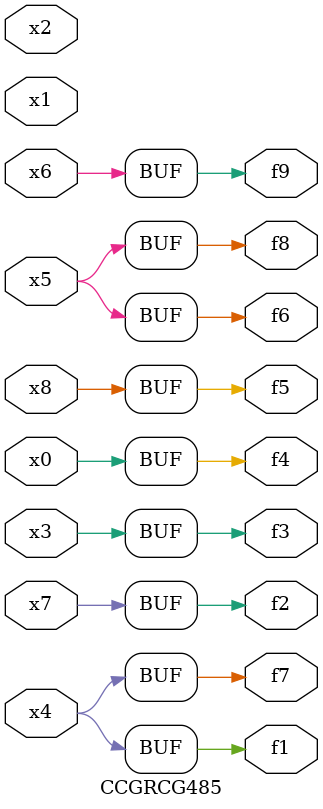
<source format=v>
module CCGRCG485(
	input x0, x1, x2, x3, x4, x5, x6, x7, x8,
	output f1, f2, f3, f4, f5, f6, f7, f8, f9
);
	assign f1 = x4;
	assign f2 = x7;
	assign f3 = x3;
	assign f4 = x0;
	assign f5 = x8;
	assign f6 = x5;
	assign f7 = x4;
	assign f8 = x5;
	assign f9 = x6;
endmodule

</source>
